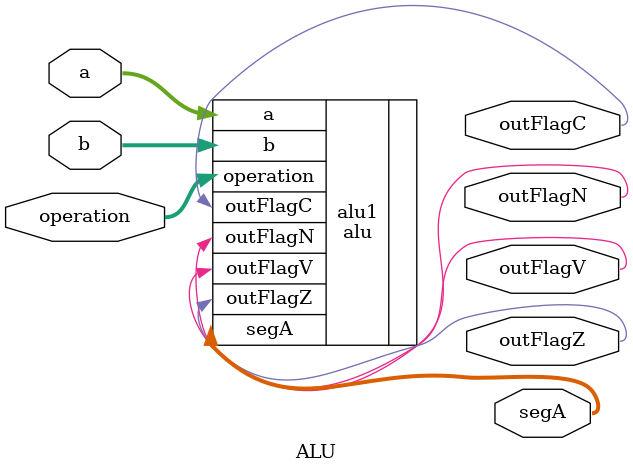
<source format=sv>


module ALU #(parameter N=4) ( input logic [N-1:0] a,
										input logic [N-1:0] b, 
										input [3:0] operation, 
										output reg outFlagC,
										output reg outFlagN,
										output reg outFlagV,
										output reg outFlagZ,
										output reg [6:0] segA);
 
	//Instancias de ALU
	alu #(.N(N)) alu1(.a(a),
							.b(b),
							.operation(operation),
							.outFlagC(outFlagC),
							.outFlagN(outFlagN),
							.outFlagV(outFlagV),
							.outFlagZ(outFlagZ),
							.segA(segA));
 
endmodule
 
</source>
